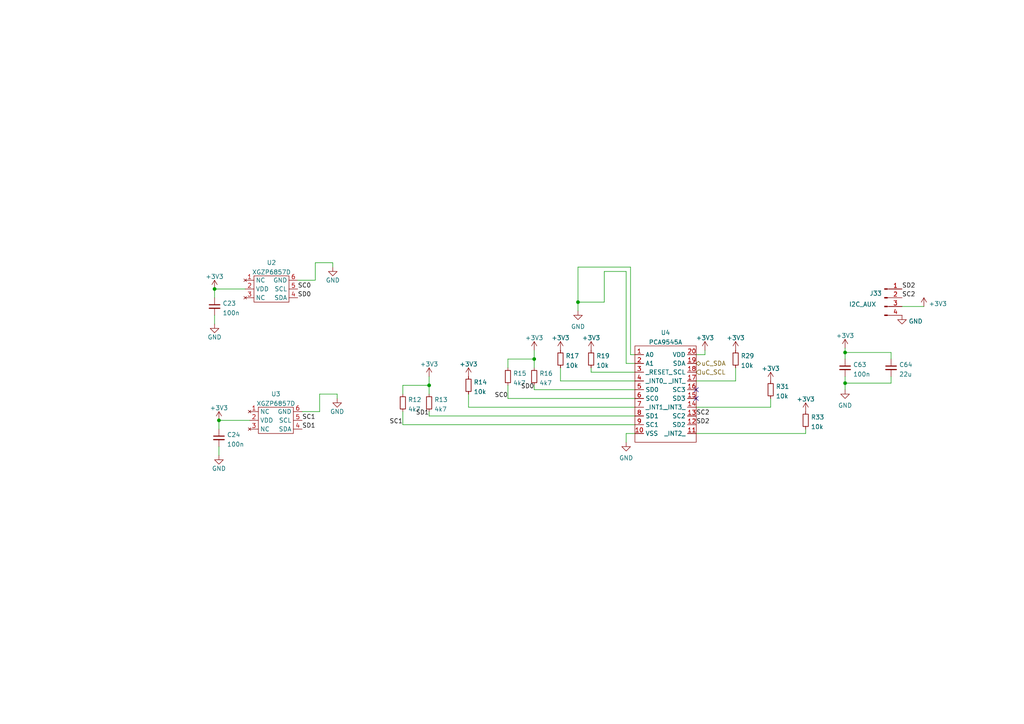
<source format=kicad_sch>
(kicad_sch (version 20230121) (generator eeschema)
  (paper "A4")
  (title_block (title "LumenPnP Motherboard") (date "2022-03-29") (rev "003") (company "Opulo"))
  (lib_symbols
    (symbol "Connector:Conn_01x04_Male" (pin_names (offset 1.016) hide)
      (property "Reference" "J" (at 0 5.08 0))
      (property "Value" "Conn_01x04_Male" (at 0 -7.62 0))
      (symbol "Conn_01x04_Male_1_1"
        (polyline (pts (xy 1.27 -5.08) (xy 0.8636 -5.08)) (stroke (width 0.1524)))
        (polyline (pts (xy 1.27 -2.54) (xy 0.8636 -2.54)) (stroke (width 0.1524)))
        (polyline (pts (xy 1.27 0) (xy 0.8636 0)) (stroke (width 0.1524)))
        (polyline (pts (xy 1.27 2.54) (xy 0.8636 2.54)) (stroke (width 0.1524)))
        (rectangle (start 0.8636 -4.953) (end 0 -5.207) (stroke (width 0.1524)) (fill (type outline)))
        (rectangle (start 0.8636 -2.413) (end 0 -2.667) (stroke (width 0.1524)) (fill (type outline)))
        (rectangle (start 0.8636 0.127) (end 0 -0.127) (stroke (width 0.1524)) (fill (type outline)))
        (rectangle (start 0.8636 2.667) (end 0 2.413) (stroke (width 0.1524)) (fill (type outline)))
        (pin passive line (at 5.08 2.54 180) (length 3.81) (name "Pin_1") (number "1"))
        (pin passive line (at 5.08 0 180) (length 3.81) (name "Pin_2") (number "2"))
        (pin passive line (at 5.08 -2.54 180) (length 3.81) (name "Pin_3") (number "3"))
        (pin passive line (at 5.08 -5.08 180) (length 3.81) (name "Pin_4") (number "4"))
      )
    )
    (symbol "Device:C_Small" (pin_numbers hide) (pin_names (offset 0.254) hide)
      (property "Reference" "C" (at 0.254 1.778 0))
      (property "Value" "C_Small" (at 0.254 -2.032 0))
      (symbol "C_Small_0_1"
        (polyline (pts (xy -1.524 -0.508) (xy 1.524 -0.508)) (stroke (width 0.3302)))
        (polyline (pts (xy -1.524 0.508) (xy 1.524 0.508)) (stroke (width 0.3048)))
      )
      (symbol "C_Small_1_1"
        (pin passive line (at 0 2.54 270) (length 2.032) (name "~") (number "1"))
        (pin passive line (at 0 -2.54 90) (length 2.032) (name "~") (number "2"))
      )
    )
    (symbol "Device:R_Small" (pin_numbers hide) (pin_names (offset 0.254) hide)
      (property "Reference" "R" (at 0.762 0.508 0))
      (property "Value" "R_Small" (at 0.762 -1.016 0))
      (symbol "R_Small_0_1"
        (rectangle (start -0.762 1.778) (end 0.762 -1.778) (stroke (width 0.2032)))
      )
      (symbol "R_Small_1_1"
        (pin passive line (at 0 2.54 270) (length 0.762) (name "~") (number "1"))
        (pin passive line (at 0 -2.54 90) (length 0.762) (name "~") (number "2"))
      )
    )
    (symbol "index:PCA9545A"
      (property "Reference" "U4" (at 0 31.7795 0))
      (property "Value" "PCA9545A" (at 0 29.0044 0))
      (symbol "PCA9545A_0_1"
        (rectangle (start -8.89 27.94) (end 8.89 0))
      )
      (symbol "PCA9545A_1_1"
        (pin passive line (at -8.89 25.4 0) (length 2.54) (name "A0") (number "1"))
        (pin passive line (at -8.89 2.54 0) (length 2.54) (name "VSS") (number "10"))
        (pin passive line (at 8.89 2.54 180) (length 2.54) (name "_INT2_") (number "11"))
        (pin passive line (at 8.89 5.08 180) (length 2.54) (name "SD2") (number "12"))
        (pin passive line (at 8.89 7.62 180) (length 2.54) (name "SC2") (number "13"))
        (pin passive line (at 8.89 10.16 180) (length 2.54) (name "_INT3_") (number "14"))
        (pin passive line (at 8.89 12.7 180) (length 2.54) (name "SD3") (number "15"))
        (pin passive line (at 8.89 15.24 180) (length 2.54) (name "SC3") (number "16"))
        (pin passive line (at 8.89 17.78 180) (length 2.54) (name "_INT_") (number "17"))
        (pin passive line (at 8.89 20.32 180) (length 2.54) (name "SCL") (number "18"))
        (pin passive line (at 8.89 22.86 180) (length 2.54) (name "SDA") (number "19"))
        (pin passive line (at -8.89 22.86 0) (length 2.54) (name "A1") (number "2"))
        (pin passive line (at 8.89 25.4 180) (length 2.54) (name "VDD") (number "20"))
        (pin passive line (at -8.89 20.32 0) (length 2.54) (name "_RESET_") (number "3"))
        (pin passive line (at -8.89 17.78 0) (length 2.54) (name "_INT0_") (number "4"))
        (pin passive line (at -8.89 15.24 0) (length 2.54) (name "SD0") (number "5"))
        (pin passive line (at -8.89 12.7 0) (length 2.54) (name "SC0") (number "6"))
        (pin passive line (at -8.89 10.16 0) (length 2.54) (name "_INT1_") (number "7"))
        (pin passive line (at -8.89 7.62 0) (length 2.54) (name "SD1") (number "8"))
        (pin passive line (at -8.89 5.08 0) (length 2.54) (name "SC1") (number "9"))
      )
    )
    (symbol "index:XGZP6857D"
      (property "Reference" "U3" (at 0 7.6495 0))
      (property "Value" "XGZP6857D" (at 0 4.8744 0))
      (symbol "XGZP6857D_0_1"
        (rectangle (start -5.08 -3.81) (end 5.08 3.81))
      )
      (symbol "XGZP6857D_1_1"
        (pin no_connect line (at -7.62 2.54 0) (length 2.54) (name "NC") (number "1"))
        (pin passive line (at -7.62 0 0) (length 2.54) (name "VDD") (number "2"))
        (pin no_connect line (at -7.62 -2.54 0) (length 2.54) (name "NC") (number "3"))
        (pin passive line (at 7.62 -2.54 180) (length 2.54) (name "SDA") (number "4"))
        (pin passive line (at 7.62 0 180) (length 2.54) (name "SCL") (number "5"))
        (pin passive line (at 7.62 2.54 180) (length 2.54) (name "GND") (number "6"))
      )
    )
    (symbol "power:+3V3" (power) (pin_names (offset 0))
      (property "Value" "+3V3" (at 0 3.556 0))
      (symbol "+3V3_0_1"
        (polyline (pts (xy -0.762 1.27) (xy 0 2.54)))
        (polyline (pts (xy 0 0) (xy 0 2.54)))
        (polyline (pts (xy 0 2.54) (xy 0.762 1.27)))
      )
      (symbol "+3V3_1_1"
        (pin power_in line (at 0 0 90) (length 0) hide (name "+3V3") (number "1"))
      )
    )
    (symbol "power:GND" (power) (pin_names (offset 0))
      (property "Value" "GND" (at 0 -3.81 0))
      (symbol "GND_0_1"
        (polyline (pts (xy 0 0) (xy 0 -1.27) (xy 1.27 -1.27) (xy 0 -2.54) (xy -1.27 -1.27) (xy 0 -1.27)))
      )
      (symbol "GND_1_1"
        (pin power_in line (at 0 0 270) (length 0) hide (name "GND") (number "1"))
      )
    )
  )
  (junction (at 245.11 111.125))
  (junction (at 154.94 104.14))
  (junction (at 63.5 121.92))
  (junction (at 167.64 87.63))
  (junction (at 245.11 102.235))
  (junction (at 124.46 111.76))
  (junction (at 62.23 83.82))
  (no_connect (at 201.93 115.57))
  (no_connect (at 201.93 113.03))
  (wire (pts (xy 167.64 77.47) (xy 167.64 87.63)))
  (wire (pts (xy 182.88 102.87) (xy 182.88 77.47)))
  (wire (pts (xy 147.32 104.14) (xy 154.94 104.14)))
  (wire (pts (xy 181.61 78.74) (xy 175.26 78.74)))
  (wire (pts (xy 261.62 88.9) (xy 267.97 88.9)))
  (wire (pts (xy 167.64 87.63) (xy 167.64 90.17)))
  (wire (pts (xy 135.89 118.11) (xy 184.15 118.11)))
  (wire (pts (xy 63.5 124.46) (xy 63.5 121.92)))
  (wire (pts (xy 258.445 111.125) (xy 258.445 109.22)))
  (wire (pts (xy 124.46 120.65) (xy 184.15 120.65)))
  (wire (pts (xy 86.36 81.28) (xy 91.44 81.28)))
  (wire (pts (xy 162.56 110.49) (xy 184.15 110.49)))
  (wire (pts (xy 245.11 102.235) (xy 245.11 104.14)))
  (wire (pts (xy 175.26 87.63) (xy 167.64 87.63)))
  (wire (pts (xy 181.61 128.27) (xy 181.61 125.73)))
  (wire (pts (xy 245.11 100.965) (xy 245.11 102.235)))
  (wire (pts (xy 223.52 118.11) (xy 223.52 115.57)))
  (wire (pts (xy 63.5 129.54) (xy 63.5 132.08)))
  (wire (pts (xy 245.11 102.235) (xy 258.445 102.235)))
  (wire (pts (xy 116.84 111.76) (xy 124.46 111.76)))
  (wire (pts (xy 181.61 125.73) (xy 184.15 125.73)))
  (wire (pts (xy 182.88 77.47) (xy 167.64 77.47)))
  (wire (pts (xy 184.15 102.87) (xy 182.88 102.87)))
  (wire (pts (xy 92.71 119.38) (xy 92.71 114.3)))
  (wire (pts (xy 213.36 110.49) (xy 213.36 106.68)))
  (wire (pts (xy 201.93 125.73) (xy 233.68 125.73)))
  (wire (pts (xy 245.11 111.125) (xy 258.445 111.125)))
  (wire (pts (xy 258.445 102.235) (xy 258.445 104.14)))
  (wire (pts (xy 233.68 125.73) (xy 233.68 124.46)))
  (wire (pts (xy 63.5 121.92) (xy 72.39 121.92)))
  (wire (pts (xy 124.46 109.22) (xy 124.46 111.76)))
  (wire (pts (xy 201.93 118.11) (xy 223.52 118.11)))
  (wire (pts (xy 116.84 123.19) (xy 184.15 123.19)))
  (wire (pts (xy 96.52 76.2) (xy 96.52 77.47)))
  (wire (pts (xy 62.23 86.36) (xy 62.23 83.82)))
  (wire (pts (xy 154.94 113.03) (xy 184.15 113.03)))
  (wire (pts (xy 91.44 81.28) (xy 91.44 76.2)))
  (wire (pts (xy 147.32 115.57) (xy 184.15 115.57)))
  (wire (pts (xy 116.84 123.19) (xy 116.84 119.38)))
  (wire (pts (xy 184.15 107.95) (xy 171.45 107.95)))
  (wire (pts (xy 171.45 107.95) (xy 171.45 106.68)))
  (wire (pts (xy 154.94 113.03) (xy 154.94 111.76)))
  (wire (pts (xy 162.56 106.68) (xy 162.56 110.49)))
  (wire (pts (xy 181.61 105.41) (xy 181.61 78.74)))
  (wire (pts (xy 245.11 109.22) (xy 245.11 111.125)))
  (wire (pts (xy 204.47 102.87) (xy 204.47 101.6)))
  (wire (pts (xy 124.46 111.76) (xy 124.46 114.3)))
  (wire (pts (xy 124.46 120.65) (xy 124.46 119.38)))
  (wire (pts (xy 154.94 104.14) (xy 154.94 106.68)))
  (wire (pts (xy 62.23 83.82) (xy 71.12 83.82)))
  (wire (pts (xy 201.93 102.87) (xy 204.47 102.87)))
  (wire (pts (xy 147.32 106.68) (xy 147.32 104.14)))
  (wire (pts (xy 116.84 114.3) (xy 116.84 111.76)))
  (wire (pts (xy 92.71 114.3) (xy 97.79 114.3)))
  (wire (pts (xy 87.63 119.38) (xy 92.71 119.38)))
  (wire (pts (xy 147.32 115.57) (xy 147.32 111.76)))
  (wire (pts (xy 175.26 78.74) (xy 175.26 87.63)))
  (wire (pts (xy 97.79 114.3) (xy 97.79 115.57)))
  (wire (pts (xy 62.23 91.44) (xy 62.23 93.98)))
  (wire (pts (xy 91.44 76.2) (xy 96.52 76.2)))
  (wire (pts (xy 201.93 110.49) (xy 213.36 110.49)))
  (wire (pts (xy 135.89 114.3) (xy 135.89 118.11)))
  (wire (pts (xy 245.11 113.03) (xy 245.11 111.125)))
  (wire (pts (xy 154.94 101.6) (xy 154.94 104.14)))
  (wire (pts (xy 184.15 105.41) (xy 181.61 105.41)))
  (label "SC1" (at 87.63 121.92 0))
  (label "SD1" (at 87.63 124.46 0))
  (label "SC2" (at 201.93 120.65 0))
  (label "SD0" (at 154.94 113.03 180))
  (label "SC0" (at 147.32 115.57 180))
  (label "SD2" (at 201.93 123.19 0))
  (label "SD2" (at 261.62 83.82 0))
  (label "SC2" (at 261.62 86.36 0))
  (label "SD0" (at 86.36 86.36 0))
  (label "SC1" (at 116.84 123.19 180))
  (label "SD1" (at 124.46 120.65 180))
  (label "SC0" (at 86.36 83.82 0))
  (hierarchical_label "uC_SCL" (shape input) (at 201.93 107.95 0))
  (hierarchical_label "uC_SDA" (shape bidirectional) (at 201.93 105.41 0))
  (symbol (lib_id "power:+3V3") (at 267.97 88.9 0) (unit 1)
    (property "Reference" "#PWR0250" (effects hide))
    (property "Value" "+3V3" (at 269.367 88.109 0) (effects (justify left)))
  )
  (symbol (lib_id "power:+3V3") (at 171.45 101.6 0) (unit 1)
    (property "Reference" "#PWR0241" (effects hide))
    (property "Value" "+3V3" (at 171.45 97.9955 0))
  )
  (symbol (lib_id "Connector:Conn_01x04_Male") (at 256.54 86.36 0) (unit 1)
    (property "Reference" "J33" (at 254 85.09 0))
    (property "Value" "I2C_AUX" (at 250.19 88.265 0))
    (property "Footprint" "Connector_PinHeader_2.54mm:PinHeader_1x04_P2.54mm_Vertical" (effects hide))
  )
  (symbol (lib_id "power:+3V3") (at 245.11 100.965 0) (unit 1)
    (property "Reference" "#PWR0131" (effects hide))
    (property "Value" "+3V3" (at 245.11 97.3605 0))
  )
  (symbol (lib_id "power:+3V3") (at 204.47 101.6 0) (unit 1)
    (property "Reference" "#PWR0185" (effects hide))
    (property "Value" "+3V3" (at 204.47 97.9955 0))
  )
  (symbol (lib_id "Device:R_Small") (at 223.52 113.03 0) (unit 1)
    (property "Reference" "R31" (at 225.0186 112.1215 0) (effects (justify left)))
    (property "Value" "10k" (at 225.0186 114.8966 0) (effects (justify left)))
    (property "Footprint" "Resistor_SMD:R_0805_2012Metric" (effects hide))
    (property "Digikey" "RMCF0805FT10K0CT-ND" (effects hide))
    (property "JLCPCB" "C17414" (effects hide))
    (property "LCSC" "C115295" (effects hide))
    (property "Mouser" "71-CRCW080510K0FKEAC" (effects hide))
    (property "Notes" "125mW/1%" (effects hide))
  )
  (symbol (lib_id "Device:C_Small") (at 245.11 106.68 0) (unit 1)
    (property "Reference" "C63" (at 247.4341 105.7778 0) (effects (justify left)))
    (property "Value" "100n" (at 247.4341 108.5529 0) (effects (justify left)))
    (property "Footprint" "Capacitor_SMD:C_0805_2012Metric" (effects hide))
    (property "Digikey" "1276-1180-1-ND" (effects hide))
    (property "JLCPCB" "C49678" (effects hide))
    (property "LCSC" "C360619" (effects hide))
    (property "Mouser" "581-08055C104K" (effects hide))
    (property "Notes" "50V/10%" (effects hide))
  )
  (symbol (lib_id "power:GND") (at 63.5 132.08 0) (unit 1)
    (property "Reference" "#PWR0110" (effects hide))
    (property "Value" "GND" (at 63.5 135.89 0))
  )
  (symbol (lib_id "Device:R_Small") (at 135.89 111.76 0) (unit 1)
    (property "Reference" "R14" (at 137.3886 110.8515 0) (effects (justify left)))
    (property "Value" "10k" (at 137.3886 113.6266 0) (effects (justify left)))
    (property "Footprint" "Resistor_SMD:R_0805_2012Metric" (effects hide))
    (property "Digikey" "RMCF0805FT10K0CT-ND" (effects hide))
    (property "JLCPCB" "C17414" (effects hide))
    (property "LCSC" "C115295" (effects hide))
    (property "Mouser" "71-CRCW080510K0FKEAC" (effects hide))
    (property "Notes" "125mW/1%" (effects hide))
  )
  (symbol (lib_id "power:+3V3") (at 135.89 109.22 0) (unit 1)
    (property "Reference" "#PWR0112" (effects hide))
    (property "Value" "+3V3" (at 135.89 105.6155 0))
  )
  (symbol (lib_id "Device:R_Small") (at 171.45 104.14 0) (unit 1)
    (property "Reference" "R19" (at 172.9486 103.2315 0) (effects (justify left)))
    (property "Value" "10k" (at 172.9486 106.0066 0) (effects (justify left)))
    (property "Footprint" "Resistor_SMD:R_0805_2012Metric" (effects hide))
    (property "Digikey" "RMCF0805FT10K0CT-ND" (effects hide))
    (property "JLCPCB" "C17414" (effects hide))
    (property "LCSC" "C115295" (effects hide))
    (property "Mouser" "71-CRCW080510K0FKEAC" (effects hide))
    (property "Notes" "125mW/1%" (effects hide))
  )
  (symbol (lib_id "Device:C_Small") (at 258.445 106.68 0) (unit 1)
    (property "Reference" "C64" (at 260.7691 105.7778 0) (effects (justify left)))
    (property "Value" "22u" (at 260.7691 108.5529 0) (effects (justify left)))
    (property "Footprint" "Capacitor_SMD:C_0805_2012Metric" (effects hide))
    (property "JLCPCB" "C45783" (effects hide))
    (property "LCSC" "C5674" (effects hide))
    (property "Notes" "25V/20%" (effects hide))
  )
  (symbol (lib_id "Device:R_Small") (at 116.84 116.84 0) (unit 1)
    (property "Reference" "R12" (at 118.3386 115.9315 0) (effects (justify left)))
    (property "Value" "4k7" (at 118.3386 118.7066 0) (effects (justify left)))
    (property "Footprint" "Resistor_SMD:R_0805_2012Metric" (effects hide))
    (property "Digikey" "A129757CT-ND" (effects hide))
    (property "JLCPCB" "C17673" (effects hide))
    (property "LCSC" "C17673" (effects hide))
    (property "Mouser" "71-CRCW08054K70FKEAC" (effects hide))
    (property "Notes" "125mW/1%" (effects hide))
  )
  (symbol (lib_id "power:GND") (at 96.52 77.47 0) (unit 1)
    (property "Reference" "#PWR0103" (effects hide))
    (property "Value" "GND" (at 96.52 81.28 0))
  )
  (symbol (lib_id "power:+3V3") (at 162.56 101.6 0) (unit 1)
    (property "Reference" "#PWR0186" (effects hide))
    (property "Value" "+3V3" (at 162.56 97.9955 0))
  )
  (symbol (lib_id "Device:C_Small") (at 62.23 88.9 0) (unit 1)
    (property "Reference" "C23" (at 64.5541 87.9978 0) (effects (justify left)))
    (property "Value" "100n" (at 64.5541 90.7729 0) (effects (justify left)))
    (property "Footprint" "Capacitor_SMD:C_0805_2012Metric" (effects hide))
    (property "Digikey" "1276-1180-1-ND" (effects hide))
    (property "JLCPCB" "C49678" (effects hide))
    (property "LCSC" "C360619" (effects hide))
    (property "Mouser" "581-08055C104K" (effects hide))
    (property "Notes" "50V/10%" (effects hide))
  )
  (symbol (lib_id "Device:R_Small") (at 124.46 116.84 0) (unit 1)
    (property "Reference" "R13" (at 125.9586 115.9315 0) (effects (justify left)))
    (property "Value" "4k7" (at 125.9586 118.7066 0) (effects (justify left)))
    (property "Footprint" "Resistor_SMD:R_0805_2012Metric" (effects hide))
    (property "Digikey" "A129757CT-ND" (effects hide))
    (property "JLCPCB" "C17673" (effects hide))
    (property "LCSC" "C17673" (effects hide))
    (property "Mouser" "71-CRCW08054K70FKEAC" (effects hide))
    (property "Notes" "125mW/1%" (effects hide))
  )
  (symbol (lib_id "index:PCA9545A") (at 193.04 128.27 0) (unit 1)
    (property "Reference" "U4" (at 193.04 96.4905 0))
    (property "Value" "PCA9545A" (at 193.04 99.2656 0))
    (property "Footprint" "Package_SO:TSSOP-20_4.4x6.5mm_P0.65mm" (effects hide))
    (property "Digikey" "568-1865-1-ND" (effects hide))
  )
  (symbol (lib_id "power:+3V3") (at 154.94 101.6 0) (unit 1)
    (property "Reference" "#PWR0240" (effects hide))
    (property "Value" "+3V3" (at 154.94 97.9955 0))
  )
  (symbol (lib_id "power:GND") (at 62.23 93.98 0) (unit 1)
    (property "Reference" "#PWR0107" (effects hide))
    (property "Value" "GND" (at 62.23 97.79 0))
  )
  (symbol (lib_id "Device:C_Small") (at 63.5 127 0) (unit 1)
    (property "Reference" "C24" (at 65.8241 126.0978 0) (effects (justify left)))
    (property "Value" "100n" (at 65.8241 128.8729 0) (effects (justify left)))
    (property "Footprint" "Capacitor_SMD:C_0805_2012Metric" (effects hide))
    (property "Digikey" "1276-1180-1-ND" (effects hide))
    (property "JLCPCB" "C49678" (effects hide))
    (property "LCSC" "C360619" (effects hide))
    (property "Mouser" "581-08055C104K" (effects hide))
    (property "Notes" "50V/10%" (effects hide))
  )
  (symbol (lib_id "power:+3V3") (at 233.68 119.38 0) (unit 1)
    (property "Reference" "#PWR0132" (effects hide))
    (property "Value" "+3V3" (at 233.68 115.7755 0))
  )
  (symbol (lib_id "power:+3V3") (at 62.23 83.82 0) (unit 1)
    (property "Reference" "#PWR0239" (effects hide))
    (property "Value" "+3V3" (at 62.23 80.2155 0))
  )
  (symbol (lib_id "index:XGZP6857D") (at 80.01 121.92 0) (unit 1)
    (property "Reference" "U3" (at 80.01 114.2705 0))
    (property "Value" "XGZP6857D" (at 80.01 117.0456 0))
    (property "Footprint" "index:XGZP6857D" (effects hide))
    (property "Datasheet" "https://www.cfsensor.com/static/upload/file/20220412/XGZP6857D%20Pressure%20Sensor%20Module%20V2.4.pdf" (effects hide))
    (property "Notes" "Must at least cover 0 - 1 bar / 0 - 0.1 MPa / 0 - 15 PSI" (effects hide))
  )
  (symbol (lib_id "power:+3V3") (at 124.46 109.22 0) (unit 1)
    (property "Reference" "#PWR0113" (effects hide))
    (property "Value" "+3V3" (at 124.46 105.6155 0))
  )
  (symbol (lib_id "power:+3V3") (at 213.36 101.6 0) (unit 1)
    (property "Reference" "#PWR0114" (effects hide))
    (property "Value" "+3V3" (at 213.36 97.9955 0))
  )
  (symbol (lib_id "power:+3V3") (at 223.52 110.49 0) (unit 1)
    (property "Reference" "#PWR0115" (effects hide))
    (property "Value" "+3V3" (at 223.52 106.8855 0))
  )
  (symbol (lib_id "power:GND") (at 261.62 91.44 0) (unit 1)
    (property "Reference" "#PWR0249" (effects hide))
    (property "Value" "GND" (at 263.525 93.189 0) (effects (justify left)))
  )
  (symbol (lib_id "Device:R_Small") (at 147.32 109.22 0) (unit 1)
    (property "Reference" "R15" (at 148.8186 108.3115 0) (effects (justify left)))
    (property "Value" "4k7" (at 148.8186 111.0866 0) (effects (justify left)))
    (property "Footprint" "Resistor_SMD:R_0805_2012Metric" (effects hide))
    (property "Digikey" "A129757CT-ND" (effects hide))
    (property "JLCPCB" "C17673" (effects hide))
    (property "LCSC" "C17673" (effects hide))
    (property "Mouser" "71-CRCW08054K70FKEAC" (effects hide))
    (property "Notes" "125mW/1%" (effects hide))
  )
  (symbol (lib_id "power:GND") (at 167.64 90.17 0) (unit 1)
    (property "Reference" "#PWR0242" (effects hide))
    (property "Value" "GND" (at 167.64 94.7325 0))
  )
  (symbol (lib_id "Device:R_Small") (at 213.36 104.14 0) (unit 1)
    (property "Reference" "R29" (at 214.8586 103.2315 0) (effects (justify left)))
    (property "Value" "10k" (at 214.8586 106.0066 0) (effects (justify left)))
    (property "Footprint" "Resistor_SMD:R_0805_2012Metric" (effects hide))
    (property "Digikey" "RMCF0805FT10K0CT-ND" (effects hide))
    (property "JLCPCB" "C17414" (effects hide))
    (property "LCSC" "C115295" (effects hide))
    (property "Mouser" "71-CRCW080510K0FKEAC" (effects hide))
    (property "Notes" "125mW/1%" (effects hide))
  )
  (symbol (lib_id "index:XGZP6857D") (at 78.74 83.82 0) (unit 1)
    (property "Reference" "U2" (at 78.74 76.1705 0))
    (property "Value" "XGZP6857D" (at 78.74 78.9456 0))
    (property "Footprint" "index:XGZP6857D" (effects hide))
    (property "Datasheet" "https://www.cfsensor.com/static/upload/file/20220412/XGZP6857D%20Pressure%20Sensor%20Module%20V2.4.pdf" (effects hide))
    (property "Notes" "Must at least cover 0 - 1 bar / 0 - 0.1 MPa / 0 - 15 PSI" (effects hide))
  )
  (symbol (lib_id "power:GND") (at 245.11 113.03 0) (unit 1)
    (property "Reference" "#PWR0133" (effects hide))
    (property "Value" "GND" (at 245.11 117.5925 0))
  )
  (symbol (lib_id "power:GND") (at 97.79 115.57 0) (unit 1)
    (property "Reference" "#PWR0109" (effects hide))
    (property "Value" "GND" (at 97.79 119.38 0))
  )
  (symbol (lib_id "Device:R_Small") (at 154.94 109.22 0) (unit 1)
    (property "Reference" "R16" (at 156.4386 108.3115 0) (effects (justify left)))
    (property "Value" "4k7" (at 156.4386 111.0866 0) (effects (justify left)))
    (property "Footprint" "Resistor_SMD:R_0805_2012Metric" (effects hide))
    (property "Digikey" "A129757CT-ND" (effects hide))
    (property "JLCPCB" "C17673" (effects hide))
    (property "LCSC" "C17673" (effects hide))
    (property "Mouser" "71-CRCW08054K70FKEAC" (effects hide))
    (property "Notes" "125mW/1%" (effects hide))
  )
  (symbol (lib_id "Device:R_Small") (at 233.68 121.92 0) (unit 1)
    (property "Reference" "R33" (at 235.1786 121.0115 0) (effects (justify left)))
    (property "Value" "10k" (at 235.1786 123.7866 0) (effects (justify left)))
    (property "Footprint" "Resistor_SMD:R_0805_2012Metric" (effects hide))
    (property "Digikey" "RMCF0805FT10K0CT-ND" (effects hide))
    (property "JLCPCB" "C17414" (effects hide))
    (property "LCSC" "C115295" (effects hide))
    (property "Mouser" "71-CRCW080510K0FKEAC" (effects hide))
    (property "Notes" "125mW/1%" (effects hide))
  )
  (symbol (lib_id "power:GND") (at 181.61 128.27 0) (unit 1)
    (property "Reference" "#PWR0135" (effects hide))
    (property "Value" "GND" (at 181.61 132.8325 0))
  )
  (symbol (lib_id "power:+3V3") (at 63.5 121.92 0) (unit 1)
    (property "Reference" "#PWR0105" (effects hide))
    (property "Value" "+3V3" (at 63.5 118.3155 0))
  )
  (symbol (lib_id "Device:R_Small") (at 162.56 104.14 0) (unit 1)
    (property "Reference" "R17" (at 164.0586 103.2315 0) (effects (justify left)))
    (property "Value" "10k" (at 164.0586 106.0066 0) (effects (justify left)))
    (property "Footprint" "Resistor_SMD:R_0805_2012Metric" (effects hide))
    (property "Digikey" "RMCF0805FT10K0CT-ND" (effects hide))
    (property "JLCPCB" "C17414" (effects hide))
    (property "LCSC" "C115295" (effects hide))
    (property "Mouser" "71-CRCW080510K0FKEAC" (effects hide))
    (property "Notes" "125mW/1%" (effects hide))
  )
)
</source>
